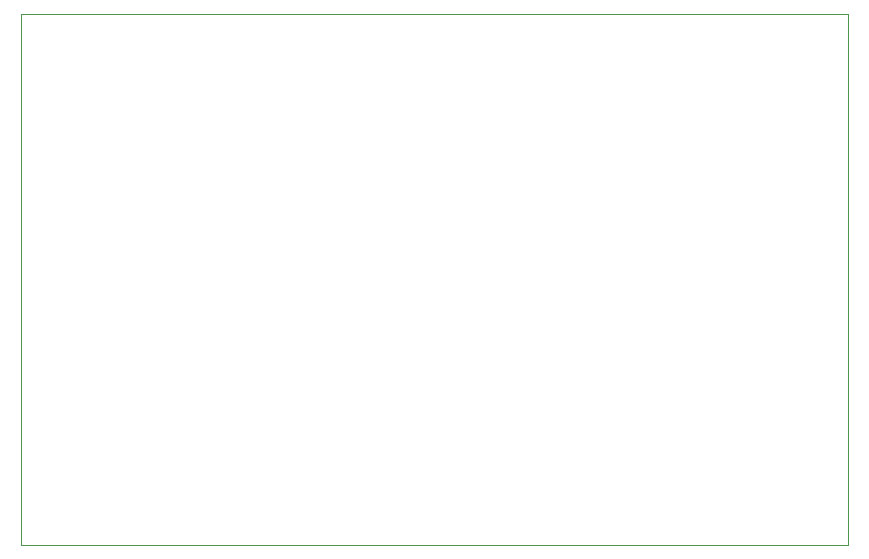
<source format=gbr>
%TF.GenerationSoftware,KiCad,Pcbnew,9.0.2-2.fc42*%
%TF.CreationDate,2025-05-29T14:11:18+08:00*%
%TF.ProjectId,civ2bcd,63697632-6263-4642-9e6b-696361645f70,rev?*%
%TF.SameCoordinates,Original*%
%TF.FileFunction,Profile,NP*%
%FSLAX46Y46*%
G04 Gerber Fmt 4.6, Leading zero omitted, Abs format (unit mm)*
G04 Created by KiCad (PCBNEW 9.0.2-2.fc42) date 2025-05-29 14:11:18*
%MOMM*%
%LPD*%
G01*
G04 APERTURE LIST*
%TA.AperFunction,Profile*%
%ADD10C,0.050000*%
%TD*%
G04 APERTURE END LIST*
D10*
X134000000Y-56830000D02*
X204000000Y-56830000D01*
X204000000Y-101830000D01*
X134000000Y-101830000D01*
X134000000Y-56830000D01*
M02*

</source>
